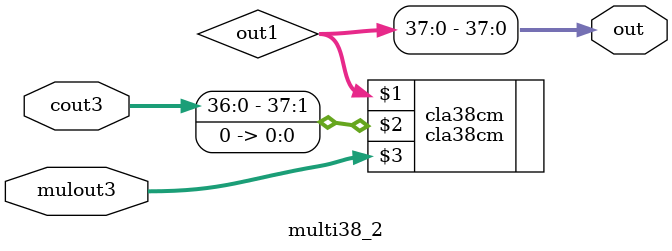
<source format=v>
module multi38_2(cout3,mulout3,out);//31*8 multiplier part2
input [37:0]cout3,mulout3;
output [37:0]out;//out 38bit 2's complement

wire [38:0]out1;

cla38cm cla38cm(out1,{cout3[36:0],1'b0},mulout3);
assign out=out1[37:0];//bo MSB bit

endmodule

</source>
